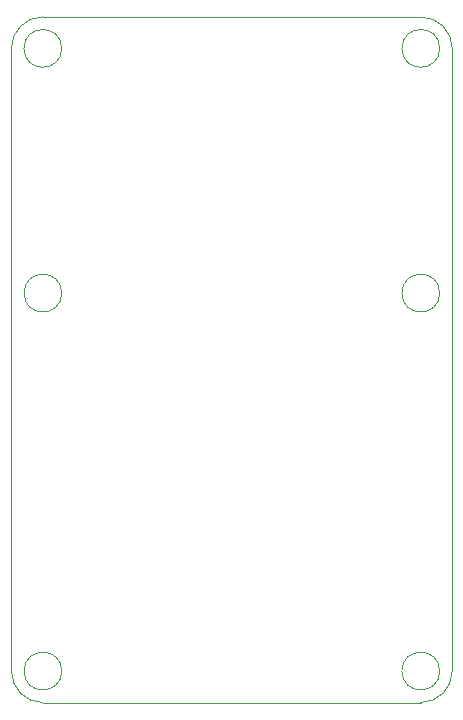
<source format=gbr>
G04 #@! TF.GenerationSoftware,KiCad,Pcbnew,(5.1.5-0-10_14)*
G04 #@! TF.CreationDate,2020-07-07T09:51:05+02:00*
G04 #@! TF.ProjectId,smartcitizen-adc-4-ch,736d6172-7463-4697-9469-7a656e2d6164,rev?*
G04 #@! TF.SameCoordinates,Original*
G04 #@! TF.FileFunction,Profile,NP*
%FSLAX46Y46*%
G04 Gerber Fmt 4.6, Leading zero omitted, Abs format (unit mm)*
G04 Created by KiCad (PCBNEW (5.1.5-0-10_14)) date 2020-07-07 09:51:05*
%MOMM*%
%LPD*%
G04 APERTURE LIST*
%ADD10C,0.050000*%
G04 APERTURE END LIST*
D10*
X172050000Y-55453000D02*
X140050000Y-55453000D01*
X173650000Y-78840000D02*
G75*
G03X173650000Y-78840000I-1600000J0D01*
G01*
X141650000Y-78840000D02*
G75*
G03X141650000Y-78840000I-1600000J0D01*
G01*
X137383000Y-58120000D02*
X137383000Y-110840000D01*
X174717000Y-110840000D02*
X174717000Y-58120000D01*
X140050000Y-113507000D02*
X172050000Y-113507000D01*
X172050000Y-55453000D02*
G75*
G02X174717000Y-58120000I0J-2667000D01*
G01*
X174717000Y-110840000D02*
G75*
G02X172050000Y-113507000I-2667000J0D01*
G01*
X140050000Y-113507000D02*
G75*
G02X137383000Y-110840000I0J2667000D01*
G01*
X137383000Y-58120000D02*
G75*
G02X140050000Y-55453000I2667000J0D01*
G01*
X141650000Y-110840000D02*
G75*
G03X141650000Y-110840000I-1600000J0D01*
G01*
X173650000Y-110840000D02*
G75*
G03X173650000Y-110840000I-1600000J0D01*
G01*
X141650000Y-58120000D02*
G75*
G03X141650000Y-58120000I-1600000J0D01*
G01*
X173650000Y-58120000D02*
G75*
G03X173650000Y-58120000I-1600000J0D01*
G01*
M02*

</source>
